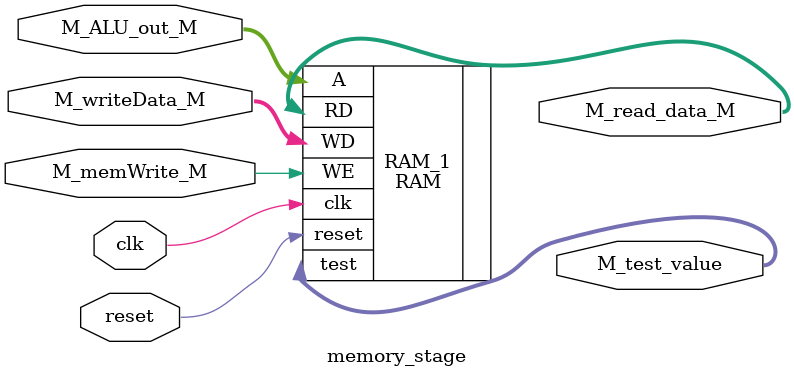
<source format=v>
/*
* Module: Memory Stage
* File Name: memory_stage.v
* Description: Instantiation of blocks in the Memory stage.
* Author: Mohamed Elshafie
*/

module memory_stage(

    /************************ Input Ports ************************/
    input wire [31:0] M_ALU_out_M, M_writeData_M, 

    input wire clk, M_memWrite_M, reset,

    /************************ Output Ports ************************/
    output wire [31:0] M_read_data_M,

    output wire [15:0] M_test_value
);



/************************ Code Start ************************/
RAM RAM_1 ( //Instantiation of the RAM block.
    .A(M_ALU_out_M),
    .WD(M_writeData_M),
    .WE(M_memWrite_M),
    .clk(clk),
    .reset(reset),
    .RD(M_read_data_M),
    .test(M_test_value)
);

endmodule
</source>
